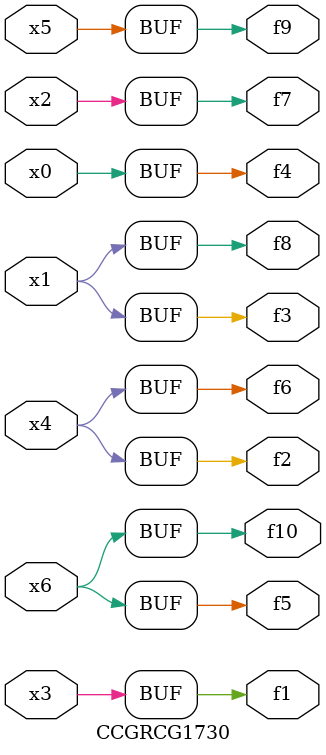
<source format=v>
module CCGRCG1730(
	input x0, x1, x2, x3, x4, x5, x6,
	output f1, f2, f3, f4, f5, f6, f7, f8, f9, f10
);
	assign f1 = x3;
	assign f2 = x4;
	assign f3 = x1;
	assign f4 = x0;
	assign f5 = x6;
	assign f6 = x4;
	assign f7 = x2;
	assign f8 = x1;
	assign f9 = x5;
	assign f10 = x6;
endmodule

</source>
